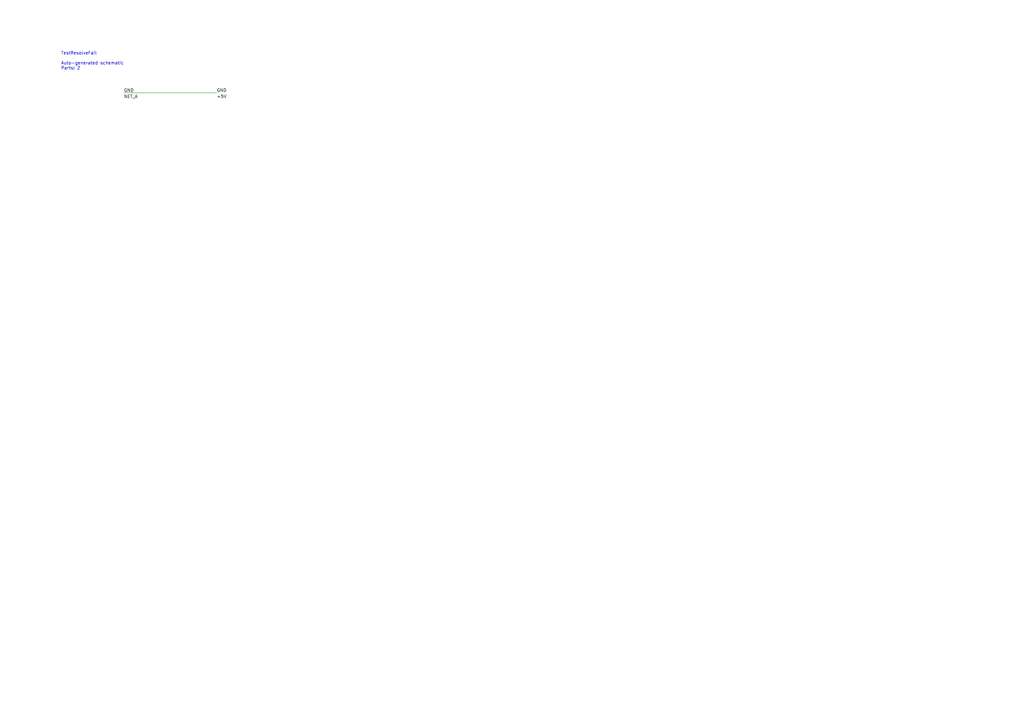
<source format=kicad_sch>
(kicad_sch (version 20250114) (generator "kicad_auto_builder") (generator_version "1.0")
  (paper "A3")
  (title_block (title "TestResolveFail") (date "2024-12-12") (rev "1.0") (company "Auto Generated") (comment 1 "Generated by kicad_auto_builder"))
  (lib_symbols
    (symbol "GND" (power) (pin_numbers hide) (pin_names (offset 0) hide) (in_bom no)
      (property "Value" "GND" (at 0 -2.54 0))
      (symbol "GND_0_1"
        (polyline (pts (xy 0 0) (xy 0 -1.27) (xy 1.27 -1.27) (xy 0 -2.54) (xy -1.27 -1.27) (xy 0 -1.27)))
      )
      (symbol "GND_1_1"
        (pin power_in line (at 0 0 270) (length 0) (name "GND") (number "1"))
      )
    )
    (symbol "+5V" (power) (pin_numbers hide) (pin_names (offset 0) hide) (in_bom no)
      (property "Value" "+5V" (at 0 3.81 0))
      (symbol "+5V_0_1"
        (polyline (pts (xy -0.762 1.27) (xy 0 2.54)))
        (polyline (pts (xy 0 0) (xy 0 2.54)))
        (polyline (pts (xy 0 2.54) (xy 0.762 1.27)))
      )
      (symbol "+5V_1_1"
        (pin power_in line (at 0 0 90) (length 0) (name "+5V") (number "1"))
      )
    )
    (symbol "R" (pin_numbers hide) (pin_names (offset 0))
      (property "Reference" "R" (at 2.032 0 90))
      (property "Value" "R" (at 0 0 90))
      (symbol "R_0_1"
        (rectangle (start -1.016 -2.54) (end 1.016 2.54) (stroke (width 0.254)))
      )
      (symbol "R_1_1"
        (pin passive line (at 0 5.08 270) (length 2.54) (name "1") (number "1"))
        (pin passive line (at 0 -5.08 90) (length 2.54) (name "2") (number "2"))
      )
    )
  )
  (symbol (lib_id "custom:R") (at 50.0 50.0 0) (unit 1)
    (property "Reference" "R1" (at 50.0 44.92 0))
    (property "Value" "10k" (at 50.0 55.08 0))
  )
  (symbol (lib_id "custom:unknown_role_xyz") (at 90.0 50.0 0) (unit 1)
    (property "Reference" "U1" (at 90.0 44.92 0))
    (property "Value" "Unknown IC" (at 90.0 55.08 0))
  )
  (symbol (lib_id "custom:GND") (at 250.0 30.0 180) (unit 1) (in_bom no)
    (property "Reference" "#PWR" (effects hide))
    (property "Value" "GND" (at 250.0 27.46 0))
  )
  (symbol (lib_id "custom:+5V") (at 250.0 45.0 0) (unit 1) (in_bom no)
    (property "Reference" "#PWR" (effects hide))
    (property "Value" "+5V" (at 250.0 42.46 0))
  )
  (wire (pts (xy 50.8 38.1) (xy 88.9 38.1)))
  (label "NET_A" (at 50.8 40.64 0))
  (label "GND" (at 50.8 38.1 0))
  (label "+5V" (at 88.9 40.64 0))
  (label "GND" (at 88.9 38.1 0))
  (text "TestResolveFail\n\nAuto-generated schematic\nParts: 2" (at 25.0 25.0 0) (effects (font (size 1.27 1.27)) (justify left)))
)
</source>
